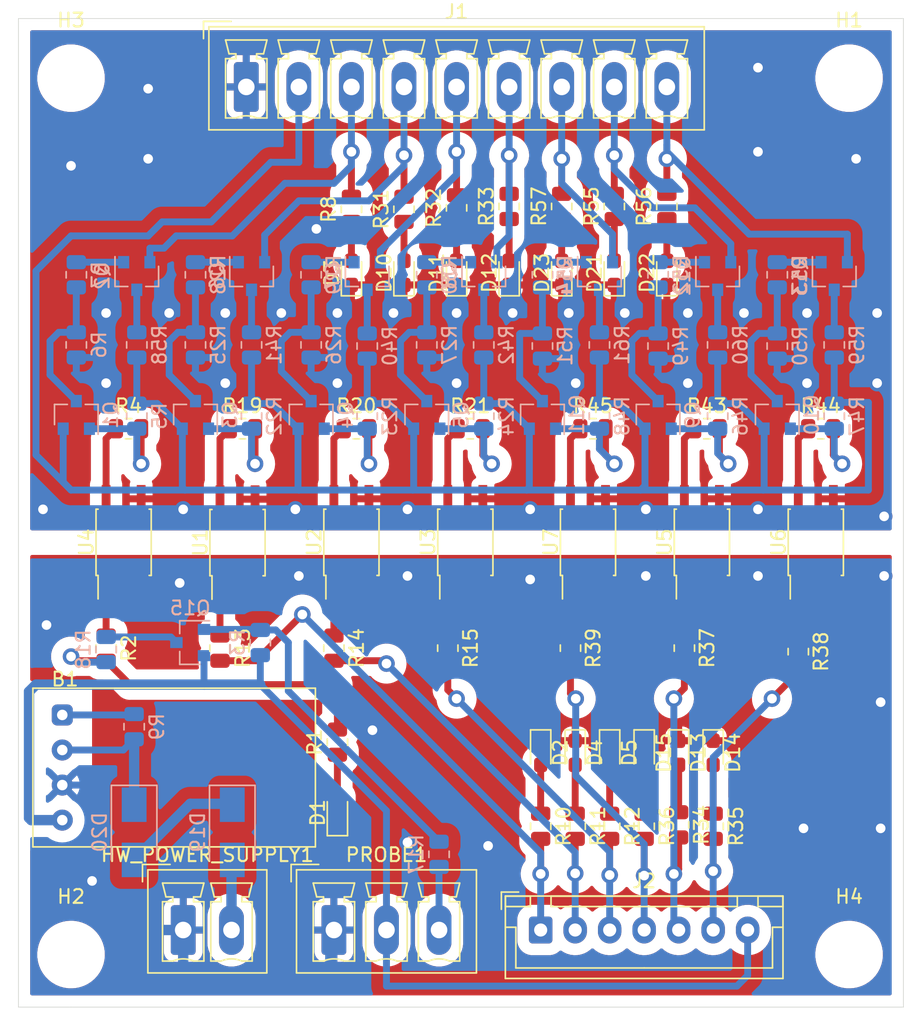
<source format=kicad_pcb>
(kicad_pcb (version 20211014) (generator pcbnew)
  (layers (0 "F.Cu" signal) (31 "B.Cu" signal) (34 "B.Paste" user) (35 "F.Paste" user) (36 "B.SilkS" user "B.Silkscreen") (37 "F.SilkS" user "F.Silkscreen") (38 "B.Mask" user) (39 "F.Mask" user) (44 "Edge.Cuts" user))
  (net 0 "")
  (net 1 "GNDD")
  (net 2 "+12V")
  (net 3 "Net-(D1-Pad2)")
  (net 4 "Net-(D2-Pad2)")
  (net 5 "GND1")
  (net 6 "Net-(D3-Pad2)")
  (net 7 "Net-(D4-Pad2)")
  (net 8 "Net-(D5-Pad2)")
  (net 9 "Net-(D10-Pad2)")
  (net 10 "Net-(D11-Pad2)")
  (net 11 "Net-(D12-Pad2)")
  (net 12 "Net-(D13-Pad2)")
  (net 13 "Net-(D14-Pad2)")
  (net 14 "Net-(D15-Pad2)")
  (net 15 "+24V")
  (net 16 "Net-(D19-Pad1)")
  (net 17 "Net-(D21-Pad2)")
  (net 18 "Net-(D22-Pad2)")
  (net 19 "Net-(D23-Pad2)")
  (net 20 "+12VA")
  (net 21 "/PLC1_input_probe")
  (net 22 "/PLC1_input3")
  (net 23 "/PLC1_input4")
  (net 24 "/PLC1_input5")
  (net 25 "/PLC1_input6")
  (net 26 "/PLC1_input7")
  (net 27 "/PLC1_input8")
  (net 28 "/Home_1")
  (net 29 "/Home_2")
  (net 30 "/Home_3")
  (net 31 "/Home_4")
  (net 32 "/Home_5")
  (net 33 "/Home_6")
  (net 34 "Net-(Q1-Pad3)")
  (net 35 "Net-(Q1-Pad1)")
  (net 36 "Net-(Q2-Pad1)")
  (net 37 "Net-(Q3-Pad1)")
  (net 38 "Net-(Q3-Pad3)")
  (net 39 "Net-(Q4-Pad1)")
  (net 40 "Net-(Q4-Pad3)")
  (net 41 "Net-(Q5-Pad1)")
  (net 42 "Net-(Q5-Pad3)")
  (net 43 "Net-(Q6-Pad1)")
  (net 44 "Net-(Q7-Pad1)")
  (net 45 "Net-(Q8-Pad1)")
  (net 46 "Net-(Q9-Pad1)")
  (net 47 "Net-(Q9-Pad3)")
  (net 48 "Net-(Q10-Pad3)")
  (net 49 "Net-(Q10-Pad1)")
  (net 50 "Net-(Q11-Pad3)")
  (net 51 "Net-(Q11-Pad1)")
  (net 52 "Net-(Q12-Pad1)")
  (net 53 "Net-(Q13-Pad1)")
  (net 54 "Net-(Q14-Pad1)")
  (net 55 "Net-(R2-Pad1)")
  (net 56 "Net-(R13-Pad1)")
  (net 57 "Net-(R14-Pad1)")
  (net 58 "Net-(R15-Pad1)")
  (net 59 "Net-(R37-Pad1)")
  (net 60 "Net-(R38-Pad1)")
  (net 61 "Net-(R39-Pad1)")
  (net 62 "Net-(B1-Pad1)")
  (net 63 "Net-(B1-Pad2)")
  (net 64 "Net-(PROBE1-Pad3)")
  (net 65 "Net-(Q2-Pad3)")
  (net 66 "Net-(Q6-Pad3)")
  (net 67 "Net-(Q7-Pad3)")
  (net 68 "Net-(Q8-Pad3)")
  (net 69 "Net-(Q12-Pad3)")
  (net 70 "Net-(Q13-Pad3)")
  (net 71 "Net-(Q14-Pad3)")
  (net 72 "Net-(Q15-Pad1)")
  (net 73 "Net-(Q15-Pad3)")
  (net 74 "Net-(R1-Pad2)")
  (net 75 "Net-(R4-Pad1)")
  (net 76 "Net-(R20-Pad1)")
  (net 77 "Net-(R21-Pad1)")
  (net 78 "Net-(R43-Pad1)")
  (net 79 "Net-(R44-Pad1)")
  (net 80 "Net-(R45-Pad1)")
  (net 81 "Net-(R19-Pad1)")
  (footprint "LED_SMD:LED_0603_1608Metric_Pad1.05x0.95mm_HandSolder" (layer "F.Cu") (at 197.104 92.597 90)
    (fp_text reference "D1")
    (fp_text value "LED")
  )
  (footprint "LED_SMD:LED_0603_1608Metric_Pad1.05x0.95mm_HandSolder" (layer "F.Cu") (at 214.336 88.251 -90)
    (fp_text reference "D4")
    (fp_text value "LED")
  )
  (footprint "LED_SMD:LED_0603_1608Metric_Pad1.05x0.95mm_HandSolder" (layer "F.Cu") (at 201.93 53.481 90)
    (fp_text reference "D10")
    (fp_text value "LED")
  )
  (footprint "LED_SMD:LED_0603_1608Metric_Pad1.05x0.95mm_HandSolder" (layer "F.Cu") (at 205.74 53.481 90)
    (fp_text reference "D11")
    (fp_text value "LED")
  )
  (footprint "LED_SMD:LED_0603_1608Metric_Pad1.05x0.95mm_HandSolder" (layer "F.Cu") (at 209.55 53.481 90)
    (fp_text reference "D12")
    (fp_text value "LED")
  )
  (footprint "LED_SMD:LED_0603_1608Metric_Pad1.05x0.95mm_HandSolder" (layer "F.Cu") (at 221.836 88.251 -90)
    (fp_text reference "D13")
    (fp_text value "LED")
  )
  (footprint "LED_SMD:LED_0603_1608Metric_Pad1.05x0.95mm_HandSolder" (layer "F.Cu") (at 224.336 88.251 -90)
    (fp_text reference "D14")
    (fp_text value "LED")
  )
  (footprint "LED_SMD:LED_0603_1608Metric_Pad1.05x0.95mm_HandSolder" (layer "F.Cu") (at 219.336 88.251 -90)
    (fp_text reference "D15")
    (fp_text value "LED")
  )
  (footprint "LED_SMD:LED_0603_1608Metric_Pad1.05x0.95mm_HandSolder" (layer "F.Cu") (at 217.17 53.481 90)
    (fp_text reference "D21")
    (fp_text value "LED")
  )
  (footprint "LED_SMD:LED_0603_1608Metric_Pad1.05x0.95mm_HandSolder" (layer "F.Cu") (at 220.98 53.481 90)
    (fp_text reference "D22")
    (fp_text value "LED")
  )
  (footprint "LED_SMD:LED_0603_1608Metric_Pad1.05x0.95mm_HandSolder" (layer "F.Cu") (at 213.36 53.481 90)
    (fp_text reference "D23")
    (fp_text value "LED")
  )
  (footprint "MountingHole:MountingHole_3.2mm_M3" (layer "F.Cu") (at 177.8 102.87)
    (fp_text reference "H2")
    (fp_text value "MountingHole")
  )
  (footprint "Resistor_SMD:R_0805_2012Metric" (layer "F.Cu") (at 197.104 87.4795 90)
    (fp_text reference "R1")
    (fp_text value "1k5")
  )
  (footprint "Resistor_SMD:R_0805_2012Metric" (layer "F.Cu") (at 180.34 80.6685 -90)
    (fp_text reference "R2")
    (fp_text value "750")
  )
  (footprint "Resistor_SMD:R_0805_2012Metric" (layer "F.Cu") (at 181.9675 64.77)
    (fp_text reference "R4")
    (fp_text value "2.2k")
  )
  (footprint "Resistor_SMD:R_0805_2012Metric" (layer "F.Cu") (at 214.336 93.5755 -90)
    (fp_text reference "R11")
    (fp_text value "1k5")
  )
  (footprint "Resistor_SMD:R_0805_2012Metric" (layer "F.Cu") (at 216.836 93.5755 -90)
    (fp_text reference "R12")
    (fp_text value "1k5")
  )
  (footprint "Resistor_SMD:R_0805_2012Metric" (layer "F.Cu") (at 196.85 80.6685 -90)
    (fp_text reference "R14")
    (fp_text value "750")
  )
  (footprint "Resistor_SMD:R_0805_2012Metric" (layer "F.Cu") (at 205.105 80.6685 -90)
    (fp_text reference "R15")
    (fp_text value "750")
  )
  (footprint "Resistor_SMD:R_0805_2012Metric" (layer "F.Cu") (at 190.2225 64.77)
    (fp_text reference "R19")
    (fp_text value "2.2k")
  )
  (footprint "Resistor_SMD:R_0805_2012Metric" (layer "F.Cu") (at 198.4775 64.77)
    (fp_text reference "R20")
    (fp_text value "2.2k")
  )
  (footprint "Resistor_SMD:R_0805_2012Metric" (layer "F.Cu") (at 206.7325 64.77)
    (fp_text reference "R21")
    (fp_text value "2.2k")
  )
  (footprint "Resistor_SMD:R_0805_2012Metric" (layer "F.Cu") (at 201.93 48.8715 90)
    (fp_text reference "R31")
    (fp_text value "1k5")
  )
  (footprint "Resistor_SMD:R_0805_2012Metric" (layer "F.Cu") (at 205.74 48.768 90)
    (fp_text reference "R32")
    (fp_text value "1k5")
  )
  (footprint "Resistor_SMD:R_0805_2012Metric" (layer "F.Cu") (at 209.55 48.6645 90)
    (fp_text reference "R33")
    (fp_text value "1k5")
  )
  (footprint "Resistor_SMD:R_0805_2012Metric" (layer "F.Cu") (at 221.836 93.472 -90)
    (fp_text reference "R34")
    (fp_text value "1k5")
  )
  (footprint "Resistor_SMD:R_0805_2012Metric" (layer "F.Cu") (at 224.336 93.5755 -90)
    (fp_text reference "R35")
    (fp_text value "1k5")
  )
  (footprint "Resistor_SMD:R_0805_2012Metric" (layer "F.Cu") (at 219.336 93.5755 -90)
    (fp_text reference "R36")
    (fp_text value "1k5")
  )
  (footprint "Resistor_SMD:R_0805_2012Metric" (layer "F.Cu") (at 222.25 80.6685 -90)
    (fp_text reference "R37")
    (fp_text value "750")
  )
  (footprint "Resistor_SMD:R_0805_2012Metric" (layer "F.Cu") (at 230.505 80.9225 -90)
    (fp_text reference "R38")
    (fp_text value "750")
  )
  (footprint "Resistor_SMD:R_0805_2012Metric" (layer "F.Cu") (at 213.995 80.6685 -90)
    (fp_text reference "R39")
    (fp_text value "750")
  )
  (footprint "Resistor_SMD:R_0805_2012Metric" (layer "F.Cu") (at 223.8775 64.77)
    (fp_text reference "R43")
    (fp_text value "2.2k")
  )
  (footprint "Resistor_SMD:R_0805_2012Metric" (layer "F.Cu") (at 232.1325 64.77)
    (fp_text reference "R44")
    (fp_text value "2.2k")
  )
  (footprint "Resistor_SMD:R_0805_2012Metric" (layer "F.Cu") (at 215.6225 64.77)
    (fp_text reference "R45")
    (fp_text value "2.2k")
  )
  (footprint "Resistor_SMD:R_0805_2012Metric" (layer "F.Cu") (at 217.17 48.6645 90)
    (fp_text reference "R55")
    (fp_text value "1k5")
  )
  (footprint "Resistor_SMD:R_0805_2012Metric" (layer "F.Cu") (at 220.98 48.6645 90)
    (fp_text reference "R56")
    (fp_text value "1k5")
  )
  (footprint "Resistor_SMD:R_0805_2012Metric" (layer "F.Cu") (at 213.36 48.6645 90)
    (fp_text reference "R57")
    (fp_text value "1k5")
  )
  (footprint "Package_SO:SO-4_4.4x3.6mm_P2.54mm" (layer "F.Cu") (at 189.865 73.025 90)
    (fp_text reference "U1")
    (fp_text value "LTV-356T")
  )
  (footprint "Package_SO:SO-4_4.4x3.6mm_P2.54mm" (layer "F.Cu") (at 198.12 73 90)
    (fp_text reference "U2")
    (fp_text value "LTV-356T")
  )
  (footprint "Package_SO:SO-4_4.4x3.6mm_P2.54mm" (layer "F.Cu") (at 206.375 73 90)
    (fp_text reference "U3")
    (fp_text value "LTV-356T")
  )
  (footprint "Package_SO:SO-4_4.4x3.6mm_P2.54mm" (layer "F.Cu") (at 223.52 73 90)
    (fp_text reference "U5")
    (fp_text value "LTV-356T")
  )
  (footprint "Package_SO:SO-4_4.4x3.6mm_P2.54mm" (layer "F.Cu") (at 231.775 73 90)
    (fp_text reference "U6")
    (fp_text value "LTV-356T")
  )
  (footprint "Package_SO:SO-4_4.4x3.6mm_P2.54mm" (layer "F.Cu") (at 215.265 73 90)
    (fp_text reference "U7")
    (fp_text value "LTV-356T")
  )
  (footprint "Connector_Phoenix_MC:PhoenixContact_MCV_1,5_9-G-3.81_1x09_P3.81mm_Vertical" (layer "F.Cu") (at 190.5 40.005)
    (fp_text reference "J1")
    (fp_text value "Conn_01x09_Male")
  )
  (footprint "Resistor_SMD:R_0805_2012Metric" (layer "F.Cu") (at 211.836 93.5755 -90)
    (fp_text reference "R10")
    (fp_text value "1k5")
  )
  (footprint "Package_SO:SO-4_4.4x3.6mm_P2.54mm" (layer "F.Cu") (at 181.61 73 90)
    (fp_text reference "U4")
    (fp_text value "LTV-356T")
  )
  (footprint "Resistor_SMD:R_0805_2012Metric" (layer "F.Cu") (at 188.595 80.6685 -90)
    (fp_text reference "R13")
    (fp_text value "750")
  )
  (footprint "LED_SMD:LED_0603_1608Metric_Pad1.05x0.95mm_HandSolder" (layer "F.Cu") (at 211.836 88.251 -90)
    (fp_text reference "D2")
    (fp_text value "LED")
  )
  (footprint "LED_SMD:LED_0603_1608Metric_Pad1.05x0.95mm_HandSolder" (layer "F.Cu") (at 216.836 88.251 -90)
    (fp_text reference "D5")
    (fp_text value "LED")
  )
  (footprint "Connector_JST:JST_XH_B7B-XH-A_1x07_P2.50mm_Vertical" (layer "F.Cu") (at 211.836 101.092)
    (fp_text reference "J2")
    (fp_text value "XH-6S-10")
  )
  (footprint "Connector_Phoenix_MC:PhoenixContact_MCV_1,5_3-G-3.81_1x03_P3.81mm_Vertical" (layer "F.Cu") (at 196.85 101.092)
    (fp_text reference "PROBE1")
    (fp_text value "Conn_01x03_Male")
  )
  (footprint "MountingHole:MountingHole_3.2mm_M3" (layer "F.Cu") (at 234.188 102.87)
    (fp_text reference "H4")
    (fp_text value "MountingHole")
  )
  (footprint "Resistor_SMD:R_0805_2012Metric" (layer "F.Cu") (at 198.12 48.8715 90)
    (fp_text reference "R8")
    (fp_text value "1k5")
  )
  (footprint "breakot_SileliS:DC-DC_24V_Stepdown_brekout_horizontal" (layer "F.Cu") (at 175.26 83.82)
    (fp_text reference "B1")
    (fp_text value "DC-DC_24V_Stepdown")
  )
  (footprint "MountingHole:MountingHole_3.2mm_M3" (layer "F.Cu") (at 234.188 39.37)
    (fp_text reference "H1")
    (fp_text value "MountingHole")
  )
  (footprint "LED_SMD:LED_0603_1608Metric_Pad1.05x0.95mm_HandSolder" (layer "F.Cu") (at 198.12 53.481 90)
    (fp_text reference "D3")
    (fp_text value "LED")
  )
  (footprint "MountingHole:MountingHole_3.2mm_M3" (layer "F.Cu") (at 177.8 39.37)
    (fp_text reference "H3")
    (fp_text value "MountingHole")
  )
  (footprint "Connector_Phoenix_MC:PhoenixContact_MCV_1,5_2-G-3.5_1x02_P3.50mm_Vertical" (layer "F.Cu") (at 185.928 101.092)
    (fp_text reference "HW_POWER_SUPPLY1")
    (fp_text value "Conn_01x02_Male")
  )
  (footprint "Package_TO_SOT_SMD:SOT-23" (layer "B.Cu") (at 186.817 63.77 90)
    (fp_text reference "Q3")
    (fp_text value "BC807 / MMBT2907")
  )
  (footprint "Package_TO_SOT_SMD:SOT-23" (layer "B.Cu") (at 195.199 63.77 90)
    (fp_text reference "Q4")
    (fp_text value "BC807 / MMBT2907")
  )
  (footprint "Package_TO_SOT_SMD:SOT-23" (layer "B.Cu") (at 203.581 63.77 90)
    (fp_text reference "Q5")
    (fp_text value "BC807 / MMBT2907")
  )
  (footprint "Package_TO_SOT_SMD:SOT-23" (layer "B.Cu") (at 220.345 63.77 90)
    (fp_text reference "Q9")
    (fp_text value "BC807 / MMBT2907")
  )
  (footprint "Package_TO_SOT_SMD:SOT-23" (layer "B.Cu") (at 228.981 63.77 90)
    (fp_text reference "Q10")
    (fp_text value "BC807 / MMBT2907")
  )
  (footprint "Package_TO_SOT_SMD:SOT-23" (layer "B.Cu") (at 211.963 63.77 90)
    (fp_text reference "Q11")
    (fp_text value "BC807 / MMBT2907")
  )
  (footprint "Resistor_SMD:R_0805_2012Metric" (layer "B.Cu") (at 182.565 63.8575 90)
    (fp_text reference "R5")
    (fp_text value "100k")
  )
  (footprint "Resistor_SMD:R_0805_2012Metric" (layer "B.Cu") (at 190.881 63.8575 90)
    (fp_text reference "R22")
    (fp_text value "100k")
  )
  (footprint "Resistor_SMD:R_0805_2012Metric" (layer "B.Cu") (at 199.263 63.8575 90)
    (fp_text reference "R23")
    (fp_text value "100k")
  )
  (footprint "Resistor_SMD:R_0805_2012Metric" (layer "B.Cu") (at 207.711 63.8575 90)
    (fp_text reference "R24")
    (fp_text value "100k")
  )
  (footprint "Resistor_SMD:R_0805_2012Metric" (layer "B.Cu") (at 186.817 58.6975 90)
    (fp_text reference "R25")
    (fp_text value "10k")
  )
  (footprint "Resistor_SMD:R_0805_2012Metric" (layer "B.Cu") (at 195.199 58.6975 90)
    (fp_text reference "R26")
    (fp_text value "10k")
  )
  (footprint "Resistor_SMD:R_0805_2012Metric" (layer "B.Cu") (at 203.581 58.6975 90)
    (fp_text reference "R27")
    (fp_text value "10k")
  )
  (footprint "Resistor_SMD:R_0805_2012Metric" (layer "B.Cu") (at 224.663 63.8575 90)
    (fp_text reference "R46")
    (fp_text value "100k")
  )
  (footprint "Resistor_SMD:R_0805_2012Metric" (layer "B.Cu") (at 233.111 63.8575 90)
    (fp_text reference "R47")
    (fp_text value "100k")
  )
  (footprint "Resistor_SMD:R_0805_2012Metric" (layer "B.Cu") (at 216.093 63.8575 90)
    (fp_text reference "R48")
    (fp_text value "100k")
  )
  (footprint "Resistor_SMD:R_0805_2012Metric" (layer "B.Cu") (at 220.345 58.7775 90)
    (fp_text reference "R49")
    (fp_text value "10k")
  )
  (footprint "Resistor_SMD:R_0805_2012Metric" (layer "B.Cu") (at 228.981 58.7775 90)
    (fp_text reference "R50")
    (fp_text value "10k")
  )
  (footprint "Resistor_SMD:R_0805_2012Metric" (layer "B.Cu") (at 211.963 58.7775 90)
    (fp_text reference "R51")
    (fp_text value "10k")
  )
  (footprint "Package_TO_SOT_SMD:SOT-23" (layer "B.Cu") (at 178.181 63.77 90)
    (fp_text reference "Q1")
    (fp_text value "BC807 / MMBT2907")
  )
  (footprint "Diode_SMD:D_SMA" (layer "B.Cu") (at 189.484 94.012 -90)
    (fp_text reference "D19")
    (fp_text value "US1K")
  )
  (footprint "Package_TO_SOT_SMD:SOT-23" (layer "B.Cu") (at 186.436 80.264 180)
    (fp_text reference "Q15")
    (fp_text value "BC807 / MMBT2907")
  )
  (footprint "Resistor_SMD:R_0805_2012Metric" (layer "B.Cu") (at 191.516 80.264 -90)
    (fp_text reference "R3")
    (fp_text value "10k")
  )
  (footprint "Resistor_SMD:R_0805_2012Metric" (layer "B.Cu") (at 207.711 58.6975 90)
    (fp_text reference "R42")
    (fp_text value "30R")
  )
  (footprint "Resistor_SMD:R_0805_2012Metric" (layer "B.Cu") (at 180.34 80.772 -90)
    (fp_text reference "R18")
    (fp_text value "30R")
  )
  (footprint "Resistor_SMD:R_0805_2012Metric" (layer "B.Cu") (at 190.881 58.6975 90)
    (fp_text reference "R41")
    (fp_text value "30R")
  )
  (footprint "Resistor_SMD:R_0805_2012Metric" (layer "B.Cu") (at 182.565 58.6975 90)
    (fp_text reference "R58")
    (fp_text value "30R")
  )
  (footprint "Resistor_SMD:R_0805_2012Metric" (layer "B.Cu") (at 233.111 58.6975 90)
    (fp_text reference "R59")
    (fp_text value "30R")
  )
  (footprint "Resistor_SMD:R_0805_2012Metric" (layer "B.Cu") (at 224.663 58.6975 90)
    (fp_text reference "R60")
    (fp_text value "30R")
  )
  (footprint "Resistor_SMD:R_0805_2012Metric" (layer "B.Cu") (at 216.093 58.6975 90)
    (fp_text reference "R61")
    (fp_text value "30R")
  )
  (footprint "Resistor_SMD:R_0805_2012Metric" (layer "B.Cu") (at 204.47 95.6075 -90)
    (fp_text reference "R17")
    (fp_text value "2.2k")
  )
  (footprint "Resistor_SMD:R_0805_2012Metric" (layer "B.Cu") (at 182.372 86.36 90)
    (fp_text reference "R9")
    (fp_text value "10k")
  )
  (footprint "Diode_SMD:D_SMA" (layer "B.Cu") (at 182.372 94.012 -90)
    (fp_text reference "D20")
    (fp_text value "US1K")
  )
  (footprint "Resistor_SMD:R_0805_2012Metric" (layer "B.Cu") (at 178.181 58.6975 90)
    (fp_text reference "R6")
    (fp_text value "10k")
  )
  (footprint "Resistor_SMD:R_0805_2012Metric" (layer "B.Cu") (at 199.263 58.7775 90)
    (fp_text reference "R40")
    (fp_text value "30R")
  )
  (footprint "Resistor_SMD:R_0805_2012Metric" (layer "B.Cu") (at 211.963 53.6175 90)
    (fp_text reference "R54")
    (fp_text value "2.2k")
  )
  (footprint "Resistor_SMD:R_0805_2012Metric" (layer "B.Cu") (at 228.981 53.6175 90)
    (fp_text reference "R53")
    (fp_text value "2.2k")
  )
  (footprint "Resistor_SMD:R_0805_2012Metric" (layer "B.Cu") (at 220.345 53.6175 90)
    (fp_text reference "R52")
    (fp_text value "2.2k")
  )
  (footprint "Resistor_SMD:R_0805_2012Metric" (layer "B.Cu") (at 195.199 53.6175 90)
    (fp_text reference "R29")
    (fp_text value "2.2k")
  )
  (footprint "Resistor_SMD:R_0805_2012Metric" (layer "B.Cu") (at 203.581 53.6175 90)
    (fp_text reference "R30")
    (fp_text value "2.2k")
  )
  (footprint "Resistor_SMD:R_0805_2012Metric" (layer "B.Cu") (at 186.817 53.6175 90)
    (fp_text reference "R28")
    (fp_text value "2.2k")
  )
  (footprint "Resistor_SMD:R_0805_2012Metric" (layer "B.Cu") (at 178.181 53.6175 90)
    (fp_text reference "R7")
    (fp_text value "2.2k")
  )
  (footprint "Package_TO_SOT_SMD:SOT-23" (layer "B.Cu") (at 216.093 53.705 -90)
    (fp_text reference "Q14")
    (fp_text value "BC817 / MMBT222A")
  )
  (footprint "Package_TO_SOT_SMD:SOT-23" (layer "B.Cu") (at 233.111 53.705 -90)
    (fp_text reference "Q13")
    (fp_text value "BC817 / MMBT222A")
  )
  (footprint "Package_TO_SOT_SMD:SOT-23" (layer "B.Cu") (at 207.711 53.705 -90)
    (fp_text reference "Q8")
    (fp_text value "BC817 / MMBT222A")
  )
  (footprint "Package_TO_SOT_SMD:SOT-23" (layer "B.Cu") (at 190.881 53.705 -90)
    (fp_text reference "Q6")
    (fp_text value "BC817 / MMBT222A")
  )
  (footprint "Package_TO_SOT_SMD:SOT-23" (layer "B.Cu") (at 199.263 53.705 -90)
    (fp_text reference "Q7")
    (fp_text value "BC817 / MMBT222A")
  )
  (footprint "Package_TO_SOT_SMD:SOT-23" (layer "B.Cu") (at 182.565 53.705 -90)
    (fp_text reference "Q2")
    (fp_text value "BC817 / MMBT222A")
  )
  (footprint "Package_TO_SOT_SMD:SOT-23" (layer "B.Cu") (at 224.663 53.705 -90)
    (fp_text reference "Q12")
    (fp_text value "BC817 / MMBT222A")
  )
  (gr_line (start 173.99 106.68) (end 177.8 106.68) (layer "Edge.Cuts") (width 0.05))
  (gr_line (start 238.125 35.052) (end 238.125 106.68) (layer "Edge.Cuts") (width 0.05))
  (gr_line (start 173.99 35.052) (end 173.99 106.68) (layer "Edge.Cuts") (width 0.05))
  (gr_line (start 238.125 106.68) (end 177.8 106.68) (layer "Edge.Cuts") (width 0.05))
  (gr_line (start 238.125 35.052) (end 173.99 35.052) (layer "Edge.Cuts") (width 0.05))
  (segment (start 191.008 74.168) (end 182.88 74.168) (width 0.5) (layer "F.Cu") (net 1))
  (segment (start 216.535 76.15) (end 216.535 74.295) (width 0.5) (layer "F.Cu") (net 1))
  (segment (start 191.135 74.295) (end 191.008 74.168) (width 0.5) (layer "F.Cu") (net 1))
  (segment (start 224.79 76.15) (end 224.79 74.422) (width 0.5) (layer "F.Cu") (net 1))
  (segment (start 216.535 74.295) (end 216.408 74.168) (width 0.5) (layer "F.Cu") (net 1))
  (segment (start 191.135 76.175) (end 191.135 74.295) (width 0.5) (layer "F.Cu") (net 1))
  (segment (start 216.836 87.376) (end 219.336 87.376) (width 0.5) (layer "F.Cu") (net 1))
  (segment (start 214.336 87.376) (end 216.836 87.376) (width 0.5) (layer "F.Cu") (net 1))
  (segment (start 199.39 76.15) (end 199.39 74.422) (width 0.5) (layer "F.Cu") (net 1))
  (segment (start 182.88 74.168) (end 182.88 76.15) (width 0.5) (layer "F.Cu") (net 1))
  (segment (start 233.045 74.549) (end 232.664 74.168) (width 0.5) (layer "F.Cu") (net 1))
  (segment (start 224.536 74.168) (end 216.408 74.168) (width 0.5) (layer "F.Cu") (net 1))
  (segment (start 216.408 74.168) (end 207.772 74.168) (width 0.5) (layer "F.Cu") (net 1))
  (segment (start 219.336 87.376) (end 221.836 87.376) (width 0.5) (layer "F.Cu") (net 1))
  (segment (start 233.045 76.15) (end 233.045 74.549) (width 0.5) (layer "F.Cu") (net 1))
  (segment (start 199.39 74.422) (end 199.644 74.168) (width 0.5) (layer "F.Cu") (net 1))
  (segment (start 224.79 74.422) (end 224.536 74.168) (width 0.5) (layer "F.Cu") (net 1))
  (segment (start 224.336 87.376) (end 221.836 87.376) (width 0.5) (layer "F.Cu") (net 1))
  (segment (start 232.664 74.168) (end 224.536 74.168) (width 0.5) (layer "F.Cu") (net 1))
  (segment (start 207.772 74.168) (end 199.644 74.168) (width 0.5) (layer "F.Cu") (net 1))
  (segment (start 207.645 74.295) (end 207.772 74.168) (width 0.5) (layer "F.Cu") (net 1))
  (segment (start 211.836 87.376) (end 214.336 87.376) (width 0.5) (layer "F.Cu") (net 1))
  (segment (start 199.644 74.168) (end 191.008 74.168) (width 0.5) (layer "F.Cu") (net 1))
  (segment (start 207.645 76.15) (end 207.645 74.295) (width 0.5) (layer "F.Cu") (net 1))
  (via (at 236.728 75.438) (size 1.2) (drill 0.7) (layers "F.Cu" "B.Cu") (net 1))
  (via (at 185.674 75.946) (size 1.2) (drill 0.7) (layers "F.Cu" "B.Cu") (net 1))
  (via (at 236.474 93.726) (size 1.2) (drill 0.7) (layers "F.Cu" "B.Cu") (net 1))
  (via (at 236.474 84.582) (size 1.2) (drill 0.7) (layers "F.Cu" "B.Cu") (net 1))
  (via (at 211.074 75.692) (size 1.2) (drill 0.7) (layers "F.Cu" "B.Cu") (net 1))
  (via (at 202.184 94.742) (size 1.2) (drill 0.7) (layers "F.Cu" "B.Cu") (net 1))
  (via (at 208.026 94.996) (size 1.2) (drill 0.7) (layers "F.Cu" "B.Cu") (net 1))
  (via (at 219.456 75.438) (size 1.2) (drill 0.7) (layers "F.Cu" "B.Cu") (net 1))
  (via (at 176.022 78.994) (size 1.2) (drill 0.7) (layers "F.Cu" "B.Cu") (net 1))
  (via (at 227.584 75.438) (size 1.2) (drill 0.7) (layers "F.Cu" "B.Cu") (net 1))
  (via (at 179.324 97.536) (size 1.2) (drill 0.7) (layers "F.Cu" "B.Cu") (net 1))
  (via (at 194.31 75.438) (size 1.2) (drill 0.7) (layers "F.Cu" "B.Cu") (net 1))
  (via (at 202.184 75.438) (size 1.2) (drill 0.7) (layers "F.Cu" "B.Cu") (net 1))
  (via (at 230.886 93.726) (size 1.2) (drill 0.7) (layers "F.Cu" "B.Cu") (net 1))
  (via (at 199.644 86.614) (size 1.2) (drill 0.7) (layers "F.Cu" "B.Cu") (net 1))
  (segment (start 196.596 105.156) (end 196.596 101.346) (width 0.75) (layer "B.Cu") (net 1))
  (segment (start 196.596 101.346) (end 196.85 101.092) (width 0.75) (layer "B.Cu") (net 1))
  (segment (start 185.928 101.092) (end 185.928 105.156) (width 0.75) (layer "B.Cu") (net 1))
  (segment (start 185.928 101.092) (end 182.88 101.092) (width 0.75) (layer "B.Cu") (net 1))
  (segment (start 178.982 90.59) (end 179.324 90.932) (width 0.5) (layer "B.Cu") (net 1))
  (segment (start 177.165 90.59) (end 178.982 90.59) (width 0.5) (layer "B.Cu") (net 1))
  (segment (start 182.88 101.092) (end 179.324 97.536) (width 0.75) (layer "B.Cu") (net 1))
  (segment (start 185.928 105.156) (end 196.596 105.156) (width 0.75) (layer "B.Cu") (net 1))
  (segment (start 179.324 90.932) (end 179.324 97.536) (width 0.5) (layer "B.Cu") (net 1))
  (segment (start 174.918 93.13) (end 174.752 92.964) (width 0.75) (layer "B.Cu") (net 2))
  (segment (start 191.516 81.1765) (end 191.516 83.312) (width 0.5) (layer "B.Cu") (net 2))
  (segment (start 226.836 104.38) (end 226.06 105.156) (width 0.5) (layer "B.Cu") (net 2))
  (segment (start 174.752 83.82) (end 175.26 83.312) (width 0.75) (layer "B.Cu") (net 2))
  (segment (start 187.436 83.296) (end 187.452 83.312) (width 0.5) (layer "B.Cu") (net 2))
  (segment (start 174.752 85.738284) (end 174.752 83.82) (width 0.75) (layer "B.Cu") (net 2))
  (segment (start 177.165 93.13) (end 174.918 93.13) (width 0.75) (layer "B.Cu") (net 2))
  (segment (start 187.452 83.312) (end 191.516 83.312) (width 0.75) (layer "B.Cu") (net 2))
  (segment (start 175.26 83.312) (end 187.452 83.312) (width 0.75) (layer "B.Cu") (net 2))
  (segment (start 200.66 92.456) (end 191.516 83.312) (width 0.5) (layer "B.Cu") (net 2))
  (segment (start 174.752 92.964) (end 174.752 85.738284) (width 0.75) (layer "B.Cu") (net 2))
  (segment (start 200.66 105.156) (end 200.66 101.092) (width 0.5) (layer "B.Cu") (net 2))
  (segment (start 226.06 105.156) (end 200.66 105.156) (width 0.5) (layer "B.Cu") (net 2))
  (segment (start 200.66 101.092) (end 200.66 92.456) (width 0.5) (layer "B.Cu") (net 2))
  (segment (start 187.436 81.214) (end 187.436 83.296) (width 0.5) (layer "B.Cu") (net 2))
  (segment (start 226.836 101.092) (end 226.836 104.38) (width 0.5) (layer "B.Cu") (net 2))
  (segment (start 197.104 91.722) (end 197.104 88.392) (width 0.5) (layer "F.Cu") (net 3))
  (segment (start 211.836 92.663) (end 211.836 89.126) (width 0.5) (layer "F.Cu") (net 4))
  (segment (start 216.535 71.755) (end 224.79 71.755) (width 0.5) (layer "F.Cu") (net 5))
  (segment (start 182.88 69.85) (end 182.88 71.755) (width 0.5) (layer "F.Cu") (net 5))
  (segment (start 191.135 71.755) (end 199.39 71.755) (width 0.5) (layer "F.Cu") (net 5))
  (segment (start 201.93 54.356) (end 205.74 54.356) (width 0.5) (layer "F.Cu") (net 5))
  (segment (start 224.79 69.85) (end 224.79 71.755) (width 0.5) (layer "F.Cu") (net 5))
  (segment (start 233.045 71.755) (end 233.045 69.85) (width 0.5) (layer "F.Cu") (net 5))
  (segment (start 207.645 71.755) (end 216.535 71.755) (width 0.5) (layer "F.Cu") (net 5))
  (segment (start 207.645 69.85) (end 207.645 71.755) (width 0.5) (layer "F.Cu") (net 5))
  (segment (start 216.535 69.85) (end 216.535 71.755) (width 0.5) (layer "F.Cu") (net 5))
  (segment (start 209.55 54.356) (end 213.36 54.356) (width 0.5) (layer "F.Cu") (net 5))
  (segment (start 199.39 69.85) (end 199.39 71.755) (width 0.5) (layer "F.Cu") (net 5))
  (segment (start 217.17 54.356) (end 220.98 54.356) (width 0.5) (layer "F.Cu") (net 5))
  (segment (start 191.135 69.875) (end 191.135 71.755) (width 0.5) (layer "F.Cu") (net 5))
  (segment (start 205.74 54.356) (end 209.55 54.356) (width 0.5) (layer "F.Cu") (net 5))
  (segment (start 213.36 54.356) (end 217.17 54.356) (width 0.5) (layer "F.Cu") (net 5))
  (segment (start 199.39 71.755) (end 207.645 71.755) (width 0.5) (layer "F.Cu") (net 5))
  (segment (start 182.88 71.755) (end 191.135 71.755) (width 0.5) (layer "F.Cu") (net 5))
  (segment (start 198.12 54.356) (end 201.93 54.356) (width 0.5) (layer "F.Cu") (net 5))
  (segment (start 224.79 71.755) (end 233.045 71.755) (width 0.5) (layer "F.Cu") (net 5))
  (via (at 236.728 71.12) (size 1.2) (drill 0.7) (layers "F.Cu" "B.Cu") (net 5))
  (via (at 234.696 45.212) (size 1.2) (drill 0.7) (layers "F.Cu" "B.Cu") (net 5))
  (via (at 205.74 56.388) (size 1.2) (drill 0.7) (layers "F.Cu" "B.Cu") (net 5))
  (via (at 205.74 61.468) (size 1.2) (drill 0.7) (layers "F.Cu" "B.Cu") (net 5))
  (via (at 188.976 56.388) (size 1.2) (drill 0.7) (layers "F.Cu" "B.Cu") (net 5))
  (via (at 219.456 70.612) (size 1.2) (drill 0.7) (layers "F.Cu" "B.Cu") (net 5))
  (via (at 222.504 56.388) (size 1.2) (drill 0.7) (layers "F.Cu" "B.Cu") (net 5))
  (via (at 202.184 70.612) (size 1.2) (drill 0.7) (layers "F.Cu" "B.Cu") (net 5))
  (via (at 227.584 44.704) (size 1.2) (drill 0.7) (layers "F.Cu" "B.Cu") (net 5))
  (via (at 177.8 45.72) (size 1.2) (drill 0.7) (layers "F.Cu" "B.Cu") (net 5))
  (via (at 201.168 56.388) (size 1.2) (drill 0.7) (layers "F.Cu" "B.Cu") (net 5))
  (via (at 226.568 56.388) (size 1.2) (drill 0.7) (layers "F.Cu" "B.Cu") (net 5))
  (via (at 180.34 56.388) (size 1.2) (drill 0.7) (layers "F.Cu" "B.Cu") (net 5))
  (via (at 184.912 56.388) (size 1.2) (drill 0.7) (layers "F.Cu" "B.Cu") (net 5))
  (via (at 211.074 70.612) (size 1.2) (drill 0.7) (layers "F.Cu" "B.Cu") (net 5))
  (via (at 213.868 56.388) (size 1.2) (drill 0.7) (layers "F.Cu" "B.Cu") (net 5))
  (via (at 194.056 70.612) (size 1.2) (drill 0.7) (layers "F.Cu" "B.Cu") (net 5))
  (via (at 227.584 38.608) (size 1.2) (drill 0.7) (layers "F.Cu" "B.Cu") (net 5))
  (via (at 195.58 50.292) (size 1.2) (drill 0.7) (layers "F.Cu" "B.Cu") (net 5))
  (via (at 175.768 70.612) (size 1.2) (drill 0.7) (layers "F.Cu" "B.Cu") (net 5))
  (via (at 231.14 61.468) (size 1.2) (drill 0.7) (layers "F.Cu" "B.Cu") (net 5))
  (via (at 214.376 61.468) (size 1.2) (drill 0.7) (layers "F.Cu" "B.Cu") (net 5))
  (via (at 193.04 56.388) (size 1.2) (drill 0.7) (layers "F.Cu" "B.Cu") (net 5))
  (via (at 180.34 61.468) (size 1.2) (drill 0.7) (layers "F.Cu" "B.Cu") (net 5))
  (via (at 236.22 61.468) (size 1.2) (drill 0.7) (layers "F.Cu" "B.Cu") (net 5))
  (via (at 236.22 56.388) (size 1.2) (drill 0.7) (layers "F.Cu" "B.Cu") (net 5))
  (via (at 217.932 56.388) (size 1.2) (drill 0.7) (layers "F.Cu" "B.Cu") (net 5))
  (via (at 188.976 61.468) (size 1.2) (drill 0.7) (layers "F.Cu" "B.Cu") (net 5))
  (via (at 222.504 61.468) (size 1.2) (drill 0.7) (layers "F.Cu" "B.Cu") (net 5))
  (via (at 231.14 56.388) (size 1.2) (drill 0.7) (layers "F.Cu" "B.Cu") (net 5))
  (via (at 183.388 40.132) (size 1.2) (drill 0.7) (layers "F.Cu" "B.Cu") (net 5))
  (via (at 197.104 61.468) (size 1.2) (drill 0.7) (layers "F.Cu" "B.Cu") (net 5))
  (via (at 185.928 70.612) (size 1.2) (drill 0.7) (layers "F.Cu" "B.Cu") (net 5))
  (via (at 197.104 56.388) (size 1.2) (drill 0.7) (layers "F.Cu" "B.Cu") (net 5))
  (via (at 209.804 56.388) (size 1.2) (drill 0.7) (layers "F.Cu" "B.Cu") (net 5))
  (via (at 183.388 45.212) (size 1.2) (drill 0.7) (layers "F.Cu" "B.Cu") (net 5))
  (via (at 227.584 70.612) (size 1.2) (drill 0.7) (layers "F.Cu" "B.Cu") (net 5))
  (segment (start 183.388 45.212) (end 182.372 46.228) (width 0.5) (layer "B.Cu") (net 5))
  (segment (start 188.595 40.005) (end 183.388 45.212) (width 0.5) (layer "B.Cu") (net 5))
  (segment (start 190.5 40.005) (end 188.595 40.005) (width 0.5) (layer "B.Cu") (net 5))
  (segment (start 198.12 49.784) (end 198.12 52.606) (width 0.5) (layer "F.Cu") (net 6))
  (segment (start 214.336 92.663) (end 214.336 89.126) (width 0.5) (layer "F.Cu") (net 7))
  (segment (start 216.836 92.663) (end 216.836 89.126) (width 0.5) (layer "F.Cu") (net 8))
  (segment (start 201.93 49.784) (end 201.93 52.606) (width 0.5) (layer "F.Cu") (net 9))
  (segment (start 205.74 49.6805) (end 205.74 52.606) (width 0.5) (layer "F.Cu") (net 10))
  (segment (start 209.55 49.577) (end 209.55 52.606) (width 0.5) (layer "F.Cu") (net 11))
  (segment (start 221.836 89.126) (end 221.836 92.5595) (width 0.5) (layer "F.Cu") (net 12))
  (segment (start 224.336 92.663) (end 224.336 89.126) (width 0.5) (layer "F.Cu") (net 13))
  (segment (start 219.336 92.663) (end 219.336 89.126) (width 0.5) (layer "F.Cu") (net 14))
  (segment (start 189.992 101.092) (end 188.976 102.108) (width 0.5) (layer "B.Cu") (net 15))
  (segment (start 189.428 96.068) (end 189.484 96.012) (width 0.75) (layer "B.Cu") (net 15))
  (segment (start 189.428 101.092) (end 189.428 96.068) (width 0.75) (layer "B.Cu") (net 15))
  (segment (start 189.42 91.948) (end 189.484 92.012) (width 0.75) (layer "B.Cu") (net 16))
  (segment (start 186.436 91.948) (end 189.42 91.948) (width 0.75) (layer "B.Cu") (net 16))
  (segment (start 182.372 96.012) (end 186.436 91.948) (width 0.75) (layer "B.Cu") (net 16))
  (segment (start 217.17 49.577) (end 217.17 52.606) (width 0.5) (layer "F.Cu") (net 17))
  (segment (start 220.98 49.577) (end 220.98 52.606) (width 0.5) (layer "F.Cu") (net 18))
  (segment (start 213.36 49.577) (end 213.36 52.606) (width 0.5) (layer "F.Cu") (net 19))
  (segment (start 177.8 69.215) (end 175.26 66.675) (width 0.5) (layer "B.Cu") (net 20))
  (segment (start 202.631 69.149) (end 202.565 69.215) (width 0.5) (layer "B.Cu") (net 20))
  (segment (start 182.565 62.945) (end 184.042 62.945) (width 0.5) (layer "B.Cu") (net 20))
  (segment (start 184.042 62.945) (end 185.867 64.77) (width 0.5) (layer "B.Cu") (net 20))
  (segment (start 192.278 45.466) (end 194.31 45.466) (width 0.5) (layer "B.Cu") (net 20))
  (segment (start 187.96 49.784) (end 192.278 45.466) (width 0.5) (layer "B.Cu") (net 20))
  (segment (start 211.013 64.77) (end 211.013 69.022) (width 0.5) (layer "B.Cu") (net 20))
  (segment (start 219.395 64.77) (end 219.395 68.895) (width 0.5) (layer "B.Cu") (net 20))
  (segment (start 235.585 62.865) (end 233.191 62.865) (width 0.5) (layer "B.Cu") (net 20))
  (segment (start 185.867 69.027) (end 186.055 69.215) (width 0.5) (layer "B.Cu") (net 20))
  (segment (start 210.82 69.215) (end 219.075 69.215) (width 0.5) (layer "B.Cu") (net 20))
  (segment (start 194.31 45.466) (end 194.31 40.005) (width 0.5) (layer "B.Cu") (net 20))
  (segment (start 190.881 62.945) (end 192.424 62.945) (width 0.5) (layer "B.Cu") (net 20))
  (segment (start 199.263 62.945) (end 200.806 62.945) (width 0.5) (layer "B.Cu") (net 20))
  (segment (start 177.231 68.646) (end 177.8 69.215) (width 0.5) (layer "B.Cu") (net 20))
  (segment (start 227.965 69.215) (end 235.585 69.215) (width 0.5) (layer "B.Cu") (net 20))
  (segment (start 177.8 69.215) (end 186.055 69.215) (width 0.5) (layer "B.Cu") (net 20))
  (segment (start 226.206 62.945) (end 228.031 64.77) (width 0.5) (layer "B.Cu") (net 20))
  (segment (start 177.8 50.8) (end 183.388 50.8) (width 0.5) (layer "B.Cu") (net 20))
  (segment (start 216.093 62.945) (end 217.57 62.945) (width 0.5) (layer "B.Cu") (net 20))
  (segment (start 182.565 62.945) (end 182.565 59.61) (width 0.5) (layer "B.Cu") (net 20))
  (segment (start 202.631 64.77) (end 202.631 69.149) (width 0.5) (layer "B.Cu") (net 20))
  (segment (start 175.26 53.34) (end 177.8 50.8) (width 0.5) (layer "B.Cu") (net 20))
  (segment (start 194.249 64.77) (end 194.249 69.154) (width 0.5) (layer "B.Cu") (net 20))
  (segment (start 224.663 62.945) (end 226.206 62.945) (width 0.5) (layer "B.Cu") (net 20))
  (segment (start 233.111 62.945) (end 233.111 59.61) (width 0.5) (layer "B.Cu") (net 20))
  (segment (start 202.565 69.215) (end 210.82 69.215) (width 0.5) (layer "B.Cu") (net 20))
  (segment (start 217.57 62.945) (end 219.395 64.77) (width 0.5) (layer "B.Cu") (net 20))
  (segment (start 219.395 68.895) (end 219.075 69.215) (width 0.5) (layer "B.Cu") (net 20))
  (segment (start 209.188 62.945) (end 211.013 64.77) (width 0.5) (layer "B.Cu") (net 20))
  (segment (start 184.404 49.784) (end 187.96 49.784) (width 0.5) (layer "B.Cu") (net 20))
  (segment (start 207.711 62.945) (end 209.188 62.945) (width 0.5) (layer "B.Cu") (net 20))
  (segment (start 185.867 64.77) (end 185.867 69.027) (width 0.5) (layer "B.Cu") (net 20))
  (segment (start 183.388 50.8) (end 184.404 49.784) (width 0.5) (layer "B.Cu") (net 20))
  (segment (start 199.263 62.945) (end 199.263 59.69) (width 0.5) (layer "B.Cu") (net 20))
  (segment (start 224.663 62.945) (end 224.663 59.61) (width 0.5) (layer "B.Cu") (net 20))
  (segment (start 228.031 64.77) (end 228.031 69.149) (width 0.5) (layer "B.Cu") (net 20))
  (segment (start 228.031 69.149) (end 227.965 69.215) (width 0.5) (layer "B.Cu") (net 20))
  (segment (start 194.31 69.215) (end 202.565 69.215) (width 0.5) (layer "B.Cu") (net 20))
  (segment (start 233.191 62.865) (end 233.111 62.945) (width 0.5) (layer "B.Cu") (net 20))
  (segment (start 190.881 62.945) (end 190.881 59.61) (width 0.5) (layer "B.Cu") (net 20))
  (segment (start 186.055 69.215) (end 194.31 69.215) (width 0.5) (layer "B.Cu") (net 20))
  (segment (start 207.711 62.945) (end 207.711 59.61) (width 0.5) (layer "B.Cu") (net 20))
  (segment (start 216.093 62.945) (end 216.093 59.61) (width 0.5) (layer "B.Cu") (net 20))
  (segment (start 200.806 62.945) (end 202.631 64.77) (width 0.5) (layer "B.Cu") (net 20))
  (segment (start 177.231 64.77) (end 177.231 68.646) (width 0.5) (layer "B.Cu") (net 20))
  (segment (start 219.075 69.215) (end 227.965 69.215) (width 0.5) (layer "B.Cu") (net 20))
  (segment (start 175.26 66.675) (end 175.26 53.34) (width 0.5) (layer "B.Cu") (net 20))
  (segment (start 235.585 69.215) (end 235.585 62.865) (width 0.5) (layer "B.Cu") (net 20))
  (segment (start 211.013 69.022) (end 210.82 69.215) (width 0.5) (layer "B.Cu") (net 20))
  (segment (start 192.424 62.945) (end 194.249 64.77) (width 0.5) (layer "B.Cu") (net 20))
  (segment (start 194.249 69.154) (end 194.31 69.215) (width 0.5) (layer "B.Cu") (net 20))
  (segment (start 198.12 47.959) (end 198.12 44.704) (width 0.5) (layer "F.Cu") (net 21))
  (via (at 198.12 44.704) (size 1.2) (drill 0.7) (layers "F.Cu" "B.Cu") (net 21))
  (segment (start 196.85 46.99) (end 198.12 45.72) (width 0.5) (layer "B.Cu") (net 21))
  (segment (start 193.294 46.99) (end 196.85 46.99) (width 0.5) (layer "B.Cu") (net 21))
  (segment (start 183.515 51.689) (end 184.531 51.689) (width 0.5) (layer "B.Cu") (net 21))
  (segment (start 183.515 52.705) (end 183.515 51.689) (width 0.5) (layer "B.Cu") (net 21))
  (segment (start 184.531 51.689) (end 185.42 50.8) (width 0.5) (layer "B.Cu") (net 21))
  (segment (start 189.484 50.8) (end 193.294 46.99) (width 0.5) (layer "B.Cu") (net 21))
  (segment (start 198.12 45.72) (end 198.12 44.704) (width 0.5) (layer "B.Cu") (net 21))
  (segment (start 185.42 50.8) (end 189.484 50.8) (width 0.5) (layer "B.Cu") (net 21))
  (segment (start 198.12 44.704) (end 198.12 40.005) (width 0.5) (layer "B.Cu") (net 21))
  (segment (start 201.93 47.959) (end 201.93 44.958) (width 0.5) (layer "F.Cu") (net 22))
  (via (at 201.93 44.958) (size 1.2) (drill 0.7) (layers "F.Cu" "B.Cu") (net 22))
  (segment (start 194.31 48.26) (end 199.39 48.26) (width 0.5) (layer "B.Cu") (net 22))
  (segment (start 191.831 52.705) (end 191.831 50.739) (width 0.5) (layer "B.Cu") (net 22))
  (segment (start 191.831 50.739) (end 194.31 48.26) (width 0.5) (layer "B.Cu") (net 22))
  (segment (start 199.39 48.26) (end 201.93 45.72) (width 0.5) (layer "B.Cu") (net 22))
  (segment (start 201.93 45.72) (end 201.93 44.958) (width 0.5) (layer "B.Cu") (net 22))
  (segment (start 201.93 44.958) (end 201.93 40.005) (width 0.5) (layer "B.Cu") (net 22))
  (segment (start 205.74 47.8555) (end 205.74 44.704) (width 0.5) (layer "F.Cu") (net 23))
  (via (at 205.74 44.704) (size 1.2) (drill 0.7) (layers "F.Cu" "B.Cu") (net 23))
  (segment (start 200.213 52.705) (end 200.279 52.705) (width 0.35) (layer "B.Cu") (net 23))
  (segment (start 200.213 51.882) (end 205.74 46.355) (width 0.5) (layer "B.Cu") (net 23))
  (segment (start 200.213 52.705) (end 200.213 51.882) (width 0.5) (layer "B.Cu") (net 23))
  (segment (start 205.74 46.355) (end 205.74 44.704) (width 0.5) (layer "B.Cu") (net 23))
  (segment (start 205.74 44.704) (end 205.74 40.005) (width 0.5) (layer "B.Cu") (net 23))
  (segment (start 209.55 47.752) (end 209.55 44.958) (width 0.5) (layer "F.Cu") (net 24))
  (via (at 209.55 44.958) (size 1.2) (drill 0.7) (layers "F.Cu" "B.Cu") (net 24))
  (segment (start 208.661 52.705) (end 208.661 51.689) (width 0.5) (layer "B.Cu") (net 24))
  (segment (start 208.661 51.689) (end 209.55 50.8) (width 0.5) (layer "B.Cu") (net 24))
  (segment (start 209.55 50.8) (end 209.55 44.958) (width 0.5) (layer "B.Cu") (net 24))
  (segment (start 209.55 44.958) (end 209.55 40.005) (width 0.5) (layer "B.Cu") (net 24))
  (segment (start 213.36 47.752) (end 213.36 45.212) (width 0.5) (layer "F.Cu") (net 25))
  (via (at 213.36 45.212) (size 1.2) (drill 0.7) (layers "F.Cu" "B.Cu") (net 25))
  (segment (start 217.043 50.673) (end 213.36 46.99) (width 0.5) (layer "B.Cu") (net 25))
  (segment (start 217.043 52.705) (end 217.043 50.673) (width 0.5) (layer "B.Cu") (net 25))
  (segment (start 213.36 46.99) (end 213.36 45.212) (width 0.5) (layer "B.Cu") (net 25))
  (segment (start 213.36 45.212) (end 213.36 40.005) (width 0.5) (layer "B.Cu") (net 25))
  (segment (start 217.17 47.752) (end 217.17 44.958) (width 0.5) (layer "F.Cu") (net 26))
  (via (at 217.17 44.958) (size 1.2) (drill 0.7) (layers "F.Cu" "B.Cu") (net 26))
  (segment (start 217.17 41.275) (end 217.17 40.005) (width 0.5) (layer "B.Cu") (net 26))
  (segment (start 219.964 48.768) (end 217.17 45.974) (width 0.5) (layer "B.Cu") (net 26))
  (segment (start 217.17 45.974) (end 217.17 44.958) (width 0.5) (layer "B.Cu") (net 26))
  (segment (start 225.613 51.369) (end 223.012 48.768) (width 0.5) (layer "B.Cu") (net 26))
  (segment (start 217.17 44.958) (end 217.17 40.005) (width 0.5) (layer "B.Cu") (net 26))
  (segment (start 225.613 52.705) (end 225.613 51.369) (width 0.5) (layer "B.Cu") (net 26))
  (segment (start 223.012 48.768) (end 219.964 48.768) (width 0.5) (layer "B.Cu") (net 26))
  (segment (start 220.98 47.752) (end 220.98 45.212) (width 0.5) (layer "F.Cu") (net 27))
  (via (at 220.98 45.212) (size 1.2) (drill 0.7) (layers "F.Cu" "B.Cu") (net 27))
  (segment (start 234.061 50.673) (end 226.949 50.673) (width 0.5) (layer "B.Cu") (net 27))
  (segment (start 220.98 44.196) (end 220.98 40.005) (width 0.5) (layer "B.Cu") (net 27))
  (segment (start 220.98 44.704) (end 220.98 44.196) (width 0.5) (layer "B.Cu") (net 27))
  (segment (start 226.949 50.673) (end 220.98 44.704) (width 0.5) (layer "B.Cu") (net 27))
  (segment (start 220.98 45.212) (end 220.98 44.196) (width 0.5) (layer "B.Cu") (net 27))
  (segment (start 234.061 52.705) (end 234.061 50.673) (width 0.5) (layer "B.Cu") (net 27))
  (segment (start 191.215 81.581) (end 194.564 78.232) (width 0.5) (layer "F.Cu") (net 28))
  (segment (start 211.836 94.488) (end 211.836 97.028) (width 0.5) (layer "F.Cu") (net 28))
  (segment (start 188.595 81.581) (end 191.215 81.581) (width 0.5) (layer "F.Cu") (net 28))
  (via (at 194.564 78.232) (size 1.2) (drill 0.7) (layers "F.Cu" "B.Cu") (net 28))
  (via (at 211.836 97.028) (size 1.2) (drill 0.7) (layers "F.Cu" "B.Cu") (net 28))
  (segment (start 194.564 78.232) (end 211.836 95.504) (width 0.5) (layer "B.Cu") (net 28))
  (segment (start 211.836 97.028) (end 211.836 101.092) (width 0.5) (layer "B.Cu") (net 28))
  (segment (start 211.836 95.504) (end 211.836 97.028) (width 0.5) (layer "B.Cu") (net 28))
  (segment (start 200.453 81.581) (end 200.66 81.788) (width 0.5) (layer "F.Cu") (net 29))
  (segment (start 214.336 94.488) (end 214.336 96.988) (width 0.5) (layer "F.Cu") (net 29))
  (segment (start 196.85 81.581) (end 200.453 81.581) (width 0.5) (layer "F.Cu") (net 29))
  (via (at 214.336 96.988) (size 1.2) (drill 0.7) (layers "F.Cu" "B.Cu") (net 29))
  (via (at 200.66 81.788) (size 1.2) (drill 0.7) (layers "F.Cu" "B.Cu") (net 29))
  (segment (start 214.336 95.464) (end 214.336 96.988) (width 0.5) (layer "B.Cu") (net 29))
  (segment (start 214.336 96.988) (end 214.336 101.092) (width 0.5) (layer "B.Cu") (net 29))
  (segment (start 200.66 81.788) (end 214.336 95.464) (width 0.5) (layer "B.Cu") (net 29))
  (segment (start 216.836 94.488) (end 216.836 97.108) (width 0.5) (layer "F.Cu") (net 30))
  (segment (start 205.105 81.581) (end 205.105 83.693) (width 0.5) (layer "F.Cu") (net 30))
  (segment (start 205.105 83.693) (end 205.74 84.328) (width 0.5) (layer "F.Cu") (net 30))
  (via (at 216.836 97.108) (size 1.2) (drill 0.7) (layers "F.Cu" "B.Cu") (net 30))
  (via (at 205.74 84.328) (size 1.2) (drill 0.7) (layers "F.Cu" "B.Cu") (net 30))
  (segment (start 216.836 97.108) (end 216.836 101.092) (width 0.5) (layer "B.Cu") (net 30))
  (segment (start 205.74 84.328) (end 216.836 95.424) (width 0.5) (layer "B.Cu") (net 30))
  (segment (start 216.836 95.424) (end 216.836 97.108) (width 0.5) (layer "B.Cu") (net 30))
  (segment (start 213.995 81.581) (end 213.995 83.947) (width 0.5) (layer "F.Cu") (net 31))
  (segment (start 213.995 83.947) (end 214.376 84.328) (width 0.5) (layer "F.Cu") (net 31))
  (segment (start 219.336 94.488) (end 219.336 97.148) (width 0.5) (layer "F.Cu") (net 31))
  (via (at 219.336 97.148) (size 1.2) (drill 0.7) (layers "F.Cu" "B.Cu") (net 31))
  (via (at 214.376 84.328) (size 1.2) (drill 0.7) (layers "F.Cu" "B.Cu") (net 31))
  (segment (start 219.336 94.876) (end 219.336 97.148) (width 0.5) (layer "B.Cu") (net 31))
  (segment (start 219.336 97.148) (end 219.336 101.092) (width 0.5) (layer "B.Cu") (net 31))
  (segment (start 214.376 89.916) (end 219.336 94.876) (width 0.5) (layer "B.Cu") (net 31))
  (segment (start 214.376 84.328) (end 214.376 89.916) (width 0.5) (layer "B.Cu") (net 31))
  (segment (start 221.836 96.68) (end 221.488 97.028) (width 0.5) (layer "F.Cu") (net 32))
  (segment (start 221.836 94.3845) (end 221.836 96.68) (width 0.5) (layer "F.Cu") (net 32))
  (segment (start 222.25 83.566) (end 221.488 84.328) (width 0.5) (layer "F.Cu") (net 32))
  (segment (start 222.25 81.581) (end 222.25 83.566) (width 0.5) (layer "F.Cu") (net 32))
  (via (at 221.488 84.328) (size 1.2) (drill 0.7) (layers "F.Cu" "B.Cu") (net 32))
  (via (at 221.488 97.028) (size 1.2) (drill 0.7) (layers "F.Cu" "B.Cu") (net 32))
  (segment (start 221.488 84.328) (end 221.488 97.028) (width 0.5) (layer "B.Cu") (net 32))
  (segment (start 221.488 100.744) (end 221.836 101.092) (width 0.5) (layer "B.Cu") (net 32))
  (segment (start 221.488 97.028) (end 221.488 100.744) (width 0.5) (layer "B.Cu") (net 32))
  (segment (start 224.336 94.488) (end 224.336 96.828) (width 0.5) (layer "F.Cu") (net 33))
  (segment (start 230.505 82.423) (end 228.6 84.328) (width 0.5) (layer "F.Cu") (net 33))
  (segment (start 230.505 81.835) (end 230.505 82.423) (width 0.5) (layer "F.Cu") (net 33))
  (via (at 224.336 96.828) (size 1.2) (drill 0.7) (layers "F.Cu" "B.Cu") (net 33))
  (via (at 228.6 84.328) (size 1.2) (drill 0.7) (layers "F.Cu" "B.Cu") (net 33))
  (segment (start 224.336 88.592) (end 224.336 96.828) (width 0.5) (layer "B.Cu") (net 33))
  (segment (start 228.6 84.328) (end 224.336 88.592) (width 0.5) (layer "B.Cu") (net 33))
  (segment (start 224.336 96.828) (end 224.336 101.092) (width 0.5) (layer "B.Cu") (net 33))
  (segment (start 176.911 57.785) (end 176.276 58.42) (width 0.5) (layer "B.Cu") (net 34))
  (segment (start 176.276 60.865) (end 178.181 62.77) (width 0.5) (layer "B.Cu") (net 34))
  (segment (start 176.276 58.42) (end 176.276 60.865) (width 0.5) (layer "B.Cu") (net 34))
  (segment (start 178.181 57.785) (end 176.911 57.785) (width 0.5) (layer "B.Cu") (net 34))
  (segment (start 178.181 54.53) (end 178.181 57.785) (width 0.5) (layer "B.Cu") (net 34))
  (segment (start 182.88 67.31) (end 182.88 64.77) (width 0.5) (layer "F.Cu") (net 35))
  (via (at 182.88 67.31) (size 1.2) (drill 0.7) (layers "F.Cu" "B.Cu") (net 35))
  (segment (start 182.565 66.995) (end 182.88 67.31) (width 0.5) (layer "B.Cu") (net 35))
  (segment (start 179.131 64.77) (end 182.565 64.77) (width 0.5) (layer "B.Cu") (net 35))
  (segment (start 182.565 64.77) (end 182.565 66.995) (width 0.5) (layer "B.Cu") (net 35))
  (segment (start 178.181 52.705) (end 181.615 52.705) (width 0.5) (layer "B.Cu") (net 36))
  (segment (start 191.135 67.31) (end 191.135 64.77) (width 0.5) (layer "F.Cu") (net 37))
  (via (at 191.135 67.31) (size 1.2) (drill 0.7) (layers "F.Cu" "B.Cu") (net 37))
  (segment (start 187.767 64.77) (end 190.881 64.77) (width 0.5) (layer "B.Cu") (net 37))
  (segment (start 190.881 64.77) (end 190.881 67.056) (width 0.5) (layer "B.Cu") (net 37))
  (segment (start 190.881 67.056) (end 191.135 67.31) (width 0.5) (layer "B.Cu") (net 37))
  (segment (start 184.912 60.865) (end 186.817 62.77) (width 0.5) (layer "B.Cu") (net 38))
  (segment (start 186.817 54.53) (end 186.817 57.785) (width 0.5) (layer "B.Cu") (net 38))
  (segment (start 186.817 57.785) (end 185.547 57.785) (width 0.5) (layer "B.Cu") (net 38))
  (segment (start 184.912 58.42) (end 184.912 60.865) (width 0.5) (layer "B.Cu") (net 38))
  (segment (start 185.547 57.785) (end 184.912 58.42) (width 0.5) (layer "B.Cu") (net 38))
  (segment (start 199.39 67.31) (end 199.39 64.77) (width 0.5) (layer "F.Cu") (net 39))
  (via (at 199.39 67.31) (size 1.2) (drill 0.7) (layers "F.Cu" "B.Cu") (net 39))
  (segment (start 196.149 64.77) (end 199.263 64.77) (width 0.5) (layer "B.Cu") (net 39))
  (segment (start 199.263 67.183) (end 199.39 67.31) (width 0.5) (layer "B.Cu") (net 39))
  (segment (start 199.263 64.77) (end 199.263 67.183) (width 0.5) (layer "B.Cu") (net 39))
  (segment (start 195.199 57.785) (end 193.675 57.785) (width 0.5) (layer "B.Cu") (net 40))
  (segment (start 193.04 58.42) (end 193.04 60.611) (width 0.5) (layer "B.Cu") (net 40))
  (segment (start 193.675 57.785) (end 193.04 58.42) (width 0.5) (layer "B.Cu") (net 40))
  (segment (start 193.04 60.611) (end 195.199 62.77) (width 0.5) (layer "B.Cu") (net 40))
  (segment (start 195.199 54.53) (end 195.199 57.785) (width 0.5) (layer "B.Cu") (net 40))
  (segment (start 207.645 66.675) (end 208.28 67.31) (width 0.5) (layer "F.Cu") (net 41))
  (segment (start 207.645 64.77) (end 207.645 66.675) (width 0.5) (layer "F.Cu") (net 41))
  (via (at 208.28 67.31) (size 1.2) (drill 0.7) (layers "F.Cu" "B.Cu") (net 41))
  (segment (start 207.711 66.741) (end 208.28 67.31) (width 0.5) (layer "B.Cu") (net 41))
  (segment (start 207.711 64.77) (end 207.711 66.741) (width 0.5) (layer "B.Cu") (net 41))
  (segment (start 204.531 64.77) (end 207.711 64.77) (width 0.5) (layer "B.Cu") (net 41))
  (segment (start 201.676 60.865) (end 203.581 62.77) (width 0.5) (layer "B.Cu") (net 42))
  (segment (start 203.581 54.53) (end 203.581 57.785) (width 0.5) (layer "B.Cu") (net 42))
  (segment (start 202.311 57.785) (end 201.676 58.42) (width 0.5) (layer "B.Cu") (net 42))
  (segment (start 201.676 58.42) (end 201.676 60.865) (width 0.5) (layer "B.Cu") (net 42))
  (segment (start 203.581 57.785) (end 202.311 57.785) (width 0.5) (layer "B.Cu") (net 42))
  (segment (start 186.817 52.705) (end 189.931 52.705) (width 0.5) (layer "B.Cu") (net 43))
  (segment (start 195.199 52.705) (end 198.313 52.705) (width 0.5) (layer "B.Cu") (net 44))
  (segment (start 203.581 52.705) (end 206.761 52.705) (width 0.5) (layer "B.Cu") (net 45))
  (segment (start 224.79 64.77) (end 224.79 66.675) (width 0.5) (layer "F.Cu") (net 46))
  (segment (start 224.79 66.675) (end 225.425 67.31) (width 0.5) (layer "F.Cu") (net 46))
  (via (at 225.425 67.31) (size 1.2) (drill 0.7) (layers "F.Cu" "B.Cu") (net 46))
  (segment (start 224.663 66.548) (end 225.425 67.31) (width 0.5) (layer "B.Cu") (net 46))
  (segment (start 224.663 64.77) (end 224.663 66.548) (width 0.5) (layer "B.Cu") (net 46))
  (segment (start 221.295 64.77) (end 224.663 64.77) (width 0.5) (layer "B.Cu") (net 46))
  (segment (start 218.995 57.865) (end 218.44 58.42) (width 0.5) (layer "B.Cu") (net 47))
  (segment (start 220.345 54.53) (end 220.345 57.865) (width 0.5) (layer "B.Cu") (net 47))
  (segment (start 218.44 60.865) (end 220.345 62.77) (width 0.5) (layer "B.Cu") (net 47))
  (segment (start 220.345 57.865) (end 218.995 57.865) (width 0.5) (layer "B.Cu") (net 47))
  (segment (start 218.44 58.42) (end 218.44 60.865) (width 0.5) (layer "B.Cu") (net 47))
  (segment (start 227.631 57.865) (end 227.076 58.42) (width 0.5) (layer "B.Cu") (net 48))
  (segment (start 228.981 54.53) (end 228.981 57.865) (width 0.5) (layer "B.Cu") (net 48))
  (segment (start 227.076 60.865) (end 228.981 62.77) (width 0.5) (layer "B.Cu") (net 48))
  (segment (start 228.981 57.865) (end 227.631 57.865) (width 0.5) (layer "B.Cu") (net 48))
  (segment (start 227.076 58.42) (end 227.076 60.865) (width 0.5) (layer "B.Cu") (net 48))
  (segment (start 233.045 66.675) (end 233.68 67.31) (width 0.5) (layer "F.Cu") (net 49))
  (segment (start 233.045 64.77) (end 233.045 66.675) (width 0.5) (layer "F.Cu") (net 49))
  (via (at 233.68 67.31) (size 1.2) (drill 0.7) (layers "F.Cu" "B.Cu") (net 49))
  (segment (start 229.931 64.77) (end 233.111 64.77) (width 0.5) (layer "B.Cu") (net 49))
  (segment (start 233.111 66.741) (end 233.68 67.31) (width 0.5) (layer "B.Cu") (net 49))
  (segment (start 233.111 64.77) (end 233.111 66.741) (width 0.5) (layer "B.Cu") (net 49))
  (segment (start 211.963 57.865) (end 210.359 57.865) (width 0.5) (layer "B.Cu") (net 50))
  (segment (start 210.359 57.865) (end 210.312 57.912) (width 0.5) (layer "B.Cu") (net 50))
  (segment (start 210.312 61.119) (end 211.963 62.77) (width 0.5) (layer "B.Cu") (net 50))
  (segment (start 211.963 54.53) (end 211.963 57.865) (width 0.5) (layer "B.Cu") (net 50))
  (segment (start 210.312 57.912) (end 210.312 61.119) (width 0.5) (layer "B.Cu") (net 50))
  (segment (start 216.535 66.675) (end 217.17 67.31) (width 0.5) (layer "F.Cu") (net 51))
  (segment (start 216.535 64.77) (end 216.535 66.675) (width 0.5) (layer "F.Cu") (net 51))
  (via (at 217.17 67.31) (size 1.2) (drill 0.7) (layers "F.Cu" "B.Cu") (net 51))
  (segment (start 212.913 64.77) (end 216.093 64.77) (width 0.5) (layer "B.Cu") (net 51))
  (segment (start 216.093 66.233) (end 217.17 67.31) (width 0.5) (layer "B.Cu") (net 51))
  (segment (start 216.093 64.77) (end 216.093 66.233) (width 0.5) (layer "B.Cu") (net 51))
  (segment (start 220.345 52.705) (end 223.713 52.705) (width 0.5) (layer "B.Cu") (net 52))
  (segment (start 228.981 52.705) (end 232.161 52.705) (width 0.5) (layer "B.Cu") (net 53))
  (segment (start 211.963 52.705) (end 215.143 52.705) (width 0.5) (layer "B.Cu") (net 54))
  (segment (start 180.34 79.756) (end 180.34 76.15) (width 0.5) (layer "F.Cu") (net 55))
  (segment (start 188.595 79.756) (end 188.595 76.175) (width 0.5) (layer "F.Cu") (net 56))
  (segment (start 196.85 79.756) (end 196.85 76.15) (width 0.5) (layer "F.Cu") (net 57))
  (segment (start 205.105 79.756) (end 205.105 76.15) (width 0.5) (layer "F.Cu") (net 58))
  (segment (start 222.25 79.756) (end 222.25 76.15) (width 0.5) (layer "F.Cu") (net 59))
  (segment (start 230.505 80.01) (end 230.505 76.15) (width 0.5) (layer "F.Cu") (net 60))
  (segment (start 213.995 79.756) (end 213.995 76.15) (width 0.5) (layer "F.Cu") (net 61))
  (segment (start 177.165 85.51) (end 182.3095 85.51) (width 0.5) (layer "B.Cu") (net 62))
  (segment (start 182.3095 85.51) (end 182.372 85.4475) (width 0.5) (layer "B.Cu") (net 62))
  (segment (start 182.372 92.012) (end 182.372 87.2725) (width 0.75) (layer "B.Cu") (net 63))
  (segment (start 177.165 88.05) (end 181.5945 88.05) (width 0.5) (layer "B.Cu") (net 63))
  (segment (start 181.5945 88.05) (end 182.372 87.2725) (width 0.5) (layer "B.Cu") (net 63))
  (segment (start 204.47 96.52) (end 204.47 101.092) (width 0.5) (layer "B.Cu") (net 64))
  (segment (start 182.565 54.705) (end 182.565 57.785) (width 0.5) (layer "B.Cu") (net 65))
  (segment (start 190.881 54.705) (end 190.881 57.785) (width 0.5) (layer "B.Cu") (net 66))
  (segment (start 199.263 54.705) (end 199.263 57.865) (width 0.5) (layer "B.Cu") (net 67))
  (segment (start 207.711 54.705) (end 207.711 57.785) (width 0.5) (layer "B.Cu") (net 68))
  (segment (start 224.663 54.705) (end 224.663 57.785) (width 0.5) (layer "B.Cu") (net 69))
  (segment (start 233.111 54.705) (end 233.111 57.785) (width 0.5) (layer "B.Cu") (net 70))
  (segment (start 216.093 54.705) (end 216.093 57.785) (width 0.5) (layer "B.Cu") (net 71))
  (segment (start 193.548 80.264) (end 193.548 83.773) (width 0.5) (layer "B.Cu") (net 72))
  (segment (start 191.516 79.3515) (end 192.6355 79.3515) (width 0.5) (layer "B.Cu") (net 72))
  (segment (start 192.6355 79.3515) (end 193.548 80.264) (width 0.5) (layer "B.Cu") (net 72))
  (segment (start 191.4785 79.314) (end 191.516 79.3515) (width 0.5) (layer "B.Cu") (net 72))
  (segment (start 193.548 83.773) (end 204.47 94.695) (width 0.5) (layer "B.Cu") (net 72))
  (segment (start 187.436 79.314) (end 191.4785 79.314) (width 0.5) (layer "B.Cu") (net 72))
  (segment (start 180.34 79.8595) (end 185.0315 79.8595) (width 0.5) (layer "B.Cu") (net 73))
  (segment (start 185.0315 79.8595) (end 185.436 80.264) (width 0.5) (layer "B.Cu") (net 73))
  (segment (start 177.8 81.28) (end 178.101 81.581) (width 0.5) (layer "F.Cu") (net 74))
  (segment (start 197.104 83.312) (end 182.071 83.312) (width 0.5) (layer "F.Cu") (net 74))
  (segment (start 182.071 83.312) (end 180.34 81.581) (width 0.5) (layer "F.Cu") (net 74))
  (segment (start 178.101 81.581) (end 180.34 81.581) (width 0.5) (layer "F.Cu") (net 74))
  (segment (start 197.104 86.567) (end 197.104 83.312) (width 0.5) (layer "F.Cu") (net 74))
  (via (at 177.8 81.28) (size 1.2) (drill 0.7) (layers "F.Cu" "B.Cu") (net 74))
  (segment (start 180.34 81.6845) (end 178.2045 81.6845) (width 0.5) (layer "B.Cu") (net 74))
  (segment (start 178.2045 81.6845) (end 177.8 81.28) (width 0.5) (layer "B.Cu") (net 74))
  (segment (start 180.34 69.85) (end 180.34 65.485) (width 0.5) (layer "F.Cu") (net 75))
  (segment (start 180.34 65.485) (end 181.055 64.77) (width 0.5) (layer "F.Cu") (net 75))
  (segment (start 196.85 69.85) (end 196.85 65.485) (width 0.5) (layer "F.Cu") (net 76))
  (segment (start 196.85 65.485) (end 197.565 64.77) (width 0.5) (layer "F.Cu") (net 76))
  (segment (start 205.105 65.485) (end 205.82 64.77) (width 0.5) (layer "F.Cu") (net 77))
  (segment (start 205.105 69.85) (end 205.105 65.485) (width 0.5) (layer "F.Cu") (net 77))
  (segment (start 222.25 65.485) (end 222.965 64.77) (width 0.5) (layer "F.Cu") (net 78))
  (segment (start 222.25 69.85) (end 222.25 65.485) (width 0.5) (layer "F.Cu") (net 78))
  (segment (start 230.505 65.485) (end 231.22 64.77) (width 0.5) (layer "F.Cu") (net 79))
  (segment (start 230.505 69.85) (end 230.505 65.485) (width 0.5) (layer "F.Cu") (net 79))
  (segment (start 213.995 65.485) (end 214.71 64.77) (width 0.5) (layer "F.Cu") (net 80))
  (segment (start 213.995 69.85) (end 213.995 65.485) (width 0.5) (layer "F.Cu") (net 80))
  (segment (start 188.595 69.875) (end 188.595 65.485) (width 0.5) (layer "F.Cu") (net 81))
  (segment (start 188.595 65.485) (end 189.31 64.77) (width 0.5) (layer "F.Cu") (net 81))
  (zone (net 1) (net_name "GNDD") (layer "F.Cu") (connect_pads (clearance 0.85)) (min_thickness 0.254) (fill yes (thermal_gap 0.508) (thermal_bridge_width 0.508))
    (polygon (pts (xy 238.252 106.68) (xy 173.736 106.68) (xy 173.736 73.914) (xy 238.252 73.914)))
  )
  (zone (net 5) (net_name "GND1") (layer "F.Cu") (connect_pads (clearance 0.85)) (min_thickness 0.254) (fill yes (thermal_gap 0.508) (thermal_bridge_width 0.508))
    (polygon (pts (xy 238.252 72.136) (xy 173.736 72.136) (xy 173.736 35.052) (xy 238.252 35.052)))
  )
  (zone (net 0) (net_name "") (layer "F.Cu") (connect_pads (clearance 0)) (min_thickness 0.254)
    (keepout (tracks not_allowed) (vias not_allowed) (pads allowed) (copperpour not_allowed) (footprints allowed))
    (fill (thermal_gap 0.508) (thermal_bridge_width 0.508))
    (polygon (pts (xy 179.324 95.25) (xy 174.752 95.25) (xy 174.752 83.058) (xy 179.324 83.058)))
  )
  (zone (net 1) (net_name "GNDD") (layer "B.Cu") (connect_pads (clearance 0.85)) (min_thickness 0.254) (fill yes (thermal_gap 0.508) (thermal_bridge_width 0.508))
    (polygon (pts (xy 238.252 106.68) (xy 173.736 106.68) (xy 173.736 74.168) (xy 238.252 74.168)))
  )
  (zone (net 5) (net_name "GND1") (layer "B.Cu") (connect_pads (clearance 0.85)) (min_thickness 0.254) (fill yes (thermal_gap 0.508) (thermal_bridge_width 0.508))
    (polygon (pts (xy 238.252 72.136) (xy 173.736 72.136) (xy 173.736 35.052) (xy 238.252 35.052)))
  )
)
</source>
